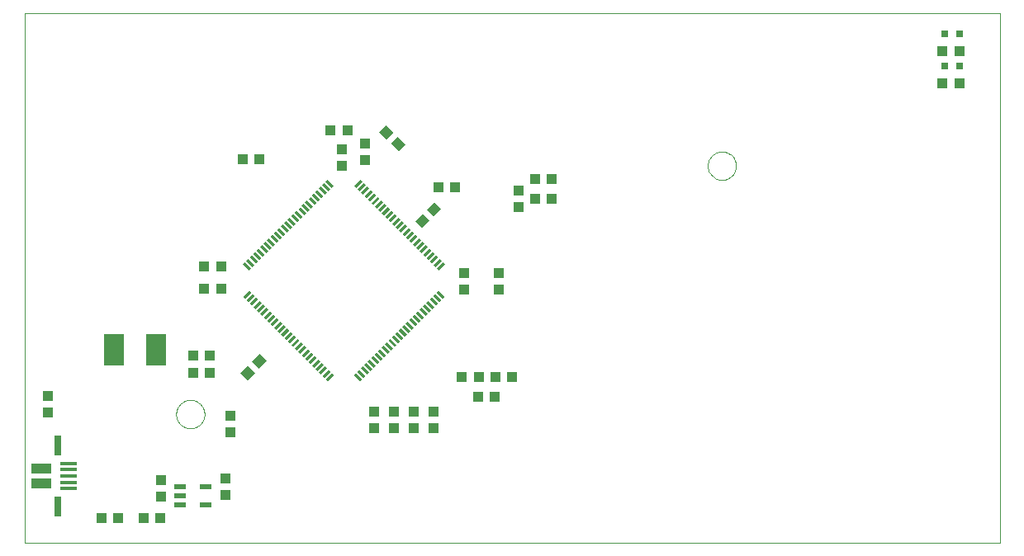
<source format=gtp>
G75*
%MOIN*%
%OFA0B0*%
%FSLAX24Y24*%
%IPPOS*%
%LPD*%
%AMOC8*
5,1,8,0,0,1.08239X$1,22.5*
%
%ADD10C,0.0000*%
%ADD11R,0.0354X0.0118*%
%ADD12R,0.0118X0.0354*%
%ADD13R,0.0394X0.0433*%
%ADD14R,0.0433X0.0394*%
%ADD15R,0.0315X0.0315*%
%ADD16R,0.0472X0.0217*%
%ADD17R,0.0799X0.1299*%
%ADD18R,0.0689X0.0157*%
%ADD19R,0.0276X0.0787*%
%ADD20R,0.0787X0.0394*%
D10*
X009750Y000930D02*
X009750Y022326D01*
X049120Y022326D01*
X049120Y000930D01*
X009750Y000930D01*
X015879Y006125D02*
X015881Y006172D01*
X015887Y006219D01*
X015896Y006265D01*
X015910Y006310D01*
X015927Y006354D01*
X015948Y006397D01*
X015972Y006437D01*
X015999Y006476D01*
X016030Y006512D01*
X016063Y006545D01*
X016099Y006576D01*
X016138Y006603D01*
X016178Y006627D01*
X016221Y006648D01*
X016265Y006665D01*
X016310Y006679D01*
X016356Y006688D01*
X016403Y006694D01*
X016450Y006696D01*
X016497Y006694D01*
X016544Y006688D01*
X016590Y006679D01*
X016635Y006665D01*
X016679Y006648D01*
X016722Y006627D01*
X016762Y006603D01*
X016801Y006576D01*
X016837Y006545D01*
X016870Y006512D01*
X016901Y006476D01*
X016928Y006437D01*
X016952Y006397D01*
X016973Y006354D01*
X016990Y006310D01*
X017004Y006265D01*
X017013Y006219D01*
X017019Y006172D01*
X017021Y006125D01*
X017019Y006078D01*
X017013Y006031D01*
X017004Y005985D01*
X016990Y005940D01*
X016973Y005896D01*
X016952Y005853D01*
X016928Y005813D01*
X016901Y005774D01*
X016870Y005738D01*
X016837Y005705D01*
X016801Y005674D01*
X016762Y005647D01*
X016722Y005623D01*
X016679Y005602D01*
X016635Y005585D01*
X016590Y005571D01*
X016544Y005562D01*
X016497Y005556D01*
X016450Y005554D01*
X016403Y005556D01*
X016356Y005562D01*
X016310Y005571D01*
X016265Y005585D01*
X016221Y005602D01*
X016178Y005623D01*
X016138Y005647D01*
X016099Y005674D01*
X016063Y005705D01*
X016030Y005738D01*
X015999Y005774D01*
X015972Y005813D01*
X015948Y005853D01*
X015927Y005896D01*
X015910Y005940D01*
X015896Y005985D01*
X015887Y006031D01*
X015881Y006078D01*
X015879Y006125D01*
X037334Y016165D02*
X037336Y016212D01*
X037342Y016259D01*
X037351Y016305D01*
X037365Y016350D01*
X037382Y016394D01*
X037403Y016437D01*
X037427Y016477D01*
X037454Y016516D01*
X037485Y016552D01*
X037518Y016585D01*
X037554Y016616D01*
X037593Y016643D01*
X037633Y016667D01*
X037676Y016688D01*
X037720Y016705D01*
X037765Y016719D01*
X037811Y016728D01*
X037858Y016734D01*
X037905Y016736D01*
X037952Y016734D01*
X037999Y016728D01*
X038045Y016719D01*
X038090Y016705D01*
X038134Y016688D01*
X038177Y016667D01*
X038217Y016643D01*
X038256Y016616D01*
X038292Y016585D01*
X038325Y016552D01*
X038356Y016516D01*
X038383Y016477D01*
X038407Y016437D01*
X038428Y016394D01*
X038445Y016350D01*
X038459Y016305D01*
X038468Y016259D01*
X038474Y016212D01*
X038476Y016165D01*
X038474Y016118D01*
X038468Y016071D01*
X038459Y016025D01*
X038445Y015980D01*
X038428Y015936D01*
X038407Y015893D01*
X038383Y015853D01*
X038356Y015814D01*
X038325Y015778D01*
X038292Y015745D01*
X038256Y015714D01*
X038217Y015687D01*
X038177Y015663D01*
X038134Y015642D01*
X038090Y015625D01*
X038045Y015611D01*
X037999Y015602D01*
X037952Y015596D01*
X037905Y015594D01*
X037858Y015596D01*
X037811Y015602D01*
X037765Y015611D01*
X037720Y015625D01*
X037676Y015642D01*
X037633Y015663D01*
X037593Y015687D01*
X037554Y015714D01*
X037518Y015745D01*
X037485Y015778D01*
X037454Y015814D01*
X037427Y015853D01*
X037403Y015893D01*
X037382Y015936D01*
X037365Y015980D01*
X037351Y016025D01*
X037342Y016071D01*
X037336Y016118D01*
X037334Y016165D01*
D11*
G36*
X026727Y012184D02*
X026478Y011935D01*
X026395Y012018D01*
X026644Y012267D01*
X026727Y012184D01*
G37*
G36*
X026588Y012323D02*
X026339Y012074D01*
X026256Y012157D01*
X026505Y012406D01*
X026588Y012323D01*
G37*
G36*
X026449Y012462D02*
X026200Y012213D01*
X026117Y012296D01*
X026366Y012545D01*
X026449Y012462D01*
G37*
G36*
X026310Y012601D02*
X026061Y012352D01*
X025978Y012435D01*
X026227Y012684D01*
X026310Y012601D01*
G37*
G36*
X026171Y012740D02*
X025922Y012491D01*
X025839Y012574D01*
X026088Y012823D01*
X026171Y012740D01*
G37*
G36*
X026031Y012880D02*
X025782Y012631D01*
X025699Y012714D01*
X025948Y012963D01*
X026031Y012880D01*
G37*
G36*
X025892Y013019D02*
X025643Y012770D01*
X025560Y012853D01*
X025809Y013102D01*
X025892Y013019D01*
G37*
G36*
X025753Y013158D02*
X025504Y012909D01*
X025421Y012992D01*
X025670Y013241D01*
X025753Y013158D01*
G37*
G36*
X025614Y013297D02*
X025365Y013048D01*
X025282Y013131D01*
X025531Y013380D01*
X025614Y013297D01*
G37*
G36*
X025475Y013436D02*
X025226Y013187D01*
X025143Y013270D01*
X025392Y013519D01*
X025475Y013436D01*
G37*
G36*
X025335Y013576D02*
X025086Y013327D01*
X025003Y013410D01*
X025252Y013659D01*
X025335Y013576D01*
G37*
G36*
X025196Y013715D02*
X024947Y013466D01*
X024864Y013549D01*
X025113Y013798D01*
X025196Y013715D01*
G37*
G36*
X025057Y013854D02*
X024808Y013605D01*
X024725Y013688D01*
X024974Y013937D01*
X025057Y013854D01*
G37*
G36*
X024918Y013993D02*
X024669Y013744D01*
X024586Y013827D01*
X024835Y014076D01*
X024918Y013993D01*
G37*
G36*
X024779Y014132D02*
X024530Y013883D01*
X024447Y013966D01*
X024696Y014215D01*
X024779Y014132D01*
G37*
G36*
X024639Y014272D02*
X024390Y014023D01*
X024307Y014106D01*
X024556Y014355D01*
X024639Y014272D01*
G37*
G36*
X024500Y014411D02*
X024251Y014162D01*
X024168Y014245D01*
X024417Y014494D01*
X024500Y014411D01*
G37*
G36*
X024361Y014550D02*
X024112Y014301D01*
X024029Y014384D01*
X024278Y014633D01*
X024361Y014550D01*
G37*
G36*
X024222Y014689D02*
X023973Y014440D01*
X023890Y014523D01*
X024139Y014772D01*
X024222Y014689D01*
G37*
G36*
X024083Y014828D02*
X023834Y014579D01*
X023751Y014662D01*
X024000Y014911D01*
X024083Y014828D01*
G37*
G36*
X023943Y014968D02*
X023694Y014719D01*
X023611Y014802D01*
X023860Y015051D01*
X023943Y014968D01*
G37*
G36*
X023804Y015107D02*
X023555Y014858D01*
X023472Y014941D01*
X023721Y015190D01*
X023804Y015107D01*
G37*
G36*
X023665Y015246D02*
X023416Y014997D01*
X023333Y015080D01*
X023582Y015329D01*
X023665Y015246D01*
G37*
G36*
X023526Y015385D02*
X023277Y015136D01*
X023194Y015219D01*
X023443Y015468D01*
X023526Y015385D01*
G37*
G36*
X023387Y015524D02*
X023138Y015275D01*
X023055Y015358D01*
X023304Y015607D01*
X023387Y015524D01*
G37*
G36*
X018905Y011042D02*
X018656Y010793D01*
X018573Y010876D01*
X018822Y011125D01*
X018905Y011042D01*
G37*
G36*
X019044Y010903D02*
X018795Y010654D01*
X018712Y010737D01*
X018961Y010986D01*
X019044Y010903D01*
G37*
G36*
X019183Y010764D02*
X018934Y010515D01*
X018851Y010598D01*
X019100Y010847D01*
X019183Y010764D01*
G37*
G36*
X019322Y010625D02*
X019073Y010376D01*
X018990Y010459D01*
X019239Y010708D01*
X019322Y010625D01*
G37*
G36*
X019461Y010486D02*
X019212Y010237D01*
X019129Y010320D01*
X019378Y010569D01*
X019461Y010486D01*
G37*
G36*
X019601Y010346D02*
X019352Y010097D01*
X019269Y010180D01*
X019518Y010429D01*
X019601Y010346D01*
G37*
G36*
X019740Y010207D02*
X019491Y009958D01*
X019408Y010041D01*
X019657Y010290D01*
X019740Y010207D01*
G37*
G36*
X019879Y010068D02*
X019630Y009819D01*
X019547Y009902D01*
X019796Y010151D01*
X019879Y010068D01*
G37*
G36*
X020018Y009929D02*
X019769Y009680D01*
X019686Y009763D01*
X019935Y010012D01*
X020018Y009929D01*
G37*
G36*
X020157Y009790D02*
X019908Y009541D01*
X019825Y009624D01*
X020074Y009873D01*
X020157Y009790D01*
G37*
G36*
X020297Y009650D02*
X020048Y009401D01*
X019965Y009484D01*
X020214Y009733D01*
X020297Y009650D01*
G37*
G36*
X020436Y009511D02*
X020187Y009262D01*
X020104Y009345D01*
X020353Y009594D01*
X020436Y009511D01*
G37*
G36*
X020575Y009372D02*
X020326Y009123D01*
X020243Y009206D01*
X020492Y009455D01*
X020575Y009372D01*
G37*
G36*
X020714Y009233D02*
X020465Y008984D01*
X020382Y009067D01*
X020631Y009316D01*
X020714Y009233D01*
G37*
G36*
X020853Y009094D02*
X020604Y008845D01*
X020521Y008928D01*
X020770Y009177D01*
X020853Y009094D01*
G37*
G36*
X020993Y008954D02*
X020744Y008705D01*
X020661Y008788D01*
X020910Y009037D01*
X020993Y008954D01*
G37*
G36*
X021132Y008815D02*
X020883Y008566D01*
X020800Y008649D01*
X021049Y008898D01*
X021132Y008815D01*
G37*
G36*
X021271Y008676D02*
X021022Y008427D01*
X020939Y008510D01*
X021188Y008759D01*
X021271Y008676D01*
G37*
G36*
X021410Y008537D02*
X021161Y008288D01*
X021078Y008371D01*
X021327Y008620D01*
X021410Y008537D01*
G37*
G36*
X021549Y008398D02*
X021300Y008149D01*
X021217Y008232D01*
X021466Y008481D01*
X021549Y008398D01*
G37*
G36*
X021689Y008258D02*
X021440Y008009D01*
X021357Y008092D01*
X021606Y008341D01*
X021689Y008258D01*
G37*
G36*
X021828Y008119D02*
X021579Y007870D01*
X021496Y007953D01*
X021745Y008202D01*
X021828Y008119D01*
G37*
G36*
X021967Y007980D02*
X021718Y007731D01*
X021635Y007814D01*
X021884Y008063D01*
X021967Y007980D01*
G37*
G36*
X022106Y007841D02*
X021857Y007592D01*
X021774Y007675D01*
X022023Y007924D01*
X022106Y007841D01*
G37*
G36*
X022245Y007702D02*
X021996Y007453D01*
X021913Y007536D01*
X022162Y007785D01*
X022245Y007702D01*
G37*
D12*
G36*
X023387Y007536D02*
X023304Y007453D01*
X023055Y007702D01*
X023138Y007785D01*
X023387Y007536D01*
G37*
G36*
X023526Y007675D02*
X023443Y007592D01*
X023194Y007841D01*
X023277Y007924D01*
X023526Y007675D01*
G37*
G36*
X023665Y007814D02*
X023582Y007731D01*
X023333Y007980D01*
X023416Y008063D01*
X023665Y007814D01*
G37*
G36*
X023804Y007953D02*
X023721Y007870D01*
X023472Y008119D01*
X023555Y008202D01*
X023804Y007953D01*
G37*
G36*
X023943Y008092D02*
X023860Y008009D01*
X023611Y008258D01*
X023694Y008341D01*
X023943Y008092D01*
G37*
G36*
X024083Y008232D02*
X024000Y008149D01*
X023751Y008398D01*
X023834Y008481D01*
X024083Y008232D01*
G37*
G36*
X024222Y008371D02*
X024139Y008288D01*
X023890Y008537D01*
X023973Y008620D01*
X024222Y008371D01*
G37*
G36*
X024361Y008510D02*
X024278Y008427D01*
X024029Y008676D01*
X024112Y008759D01*
X024361Y008510D01*
G37*
G36*
X024500Y008649D02*
X024417Y008566D01*
X024168Y008815D01*
X024251Y008898D01*
X024500Y008649D01*
G37*
G36*
X024639Y008788D02*
X024556Y008705D01*
X024307Y008954D01*
X024390Y009037D01*
X024639Y008788D01*
G37*
G36*
X024779Y008928D02*
X024696Y008845D01*
X024447Y009094D01*
X024530Y009177D01*
X024779Y008928D01*
G37*
G36*
X024918Y009067D02*
X024835Y008984D01*
X024586Y009233D01*
X024669Y009316D01*
X024918Y009067D01*
G37*
G36*
X025057Y009206D02*
X024974Y009123D01*
X024725Y009372D01*
X024808Y009455D01*
X025057Y009206D01*
G37*
G36*
X025196Y009345D02*
X025113Y009262D01*
X024864Y009511D01*
X024947Y009594D01*
X025196Y009345D01*
G37*
G36*
X025335Y009484D02*
X025252Y009401D01*
X025003Y009650D01*
X025086Y009733D01*
X025335Y009484D01*
G37*
G36*
X025475Y009624D02*
X025392Y009541D01*
X025143Y009790D01*
X025226Y009873D01*
X025475Y009624D01*
G37*
G36*
X025614Y009763D02*
X025531Y009680D01*
X025282Y009929D01*
X025365Y010012D01*
X025614Y009763D01*
G37*
G36*
X025753Y009902D02*
X025670Y009819D01*
X025421Y010068D01*
X025504Y010151D01*
X025753Y009902D01*
G37*
G36*
X025892Y010041D02*
X025809Y009958D01*
X025560Y010207D01*
X025643Y010290D01*
X025892Y010041D01*
G37*
G36*
X026031Y010180D02*
X025948Y010097D01*
X025699Y010346D01*
X025782Y010429D01*
X026031Y010180D01*
G37*
G36*
X026171Y010320D02*
X026088Y010237D01*
X025839Y010486D01*
X025922Y010569D01*
X026171Y010320D01*
G37*
G36*
X026310Y010459D02*
X026227Y010376D01*
X025978Y010625D01*
X026061Y010708D01*
X026310Y010459D01*
G37*
G36*
X026449Y010598D02*
X026366Y010515D01*
X026117Y010764D01*
X026200Y010847D01*
X026449Y010598D01*
G37*
G36*
X026588Y010737D02*
X026505Y010654D01*
X026256Y010903D01*
X026339Y010986D01*
X026588Y010737D01*
G37*
G36*
X026727Y010876D02*
X026644Y010793D01*
X026395Y011042D01*
X026478Y011125D01*
X026727Y010876D01*
G37*
G36*
X020853Y013966D02*
X020770Y013883D01*
X020521Y014132D01*
X020604Y014215D01*
X020853Y013966D01*
G37*
G36*
X020993Y014106D02*
X020910Y014023D01*
X020661Y014272D01*
X020744Y014355D01*
X020993Y014106D01*
G37*
G36*
X021132Y014245D02*
X021049Y014162D01*
X020800Y014411D01*
X020883Y014494D01*
X021132Y014245D01*
G37*
G36*
X021271Y014384D02*
X021188Y014301D01*
X020939Y014550D01*
X021022Y014633D01*
X021271Y014384D01*
G37*
G36*
X021410Y014523D02*
X021327Y014440D01*
X021078Y014689D01*
X021161Y014772D01*
X021410Y014523D01*
G37*
G36*
X021549Y014662D02*
X021466Y014579D01*
X021217Y014828D01*
X021300Y014911D01*
X021549Y014662D01*
G37*
G36*
X021689Y014802D02*
X021606Y014719D01*
X021357Y014968D01*
X021440Y015051D01*
X021689Y014802D01*
G37*
G36*
X021828Y014941D02*
X021745Y014858D01*
X021496Y015107D01*
X021579Y015190D01*
X021828Y014941D01*
G37*
G36*
X021967Y015080D02*
X021884Y014997D01*
X021635Y015246D01*
X021718Y015329D01*
X021967Y015080D01*
G37*
G36*
X022106Y015219D02*
X022023Y015136D01*
X021774Y015385D01*
X021857Y015468D01*
X022106Y015219D01*
G37*
G36*
X022245Y015358D02*
X022162Y015275D01*
X021913Y015524D01*
X021996Y015607D01*
X022245Y015358D01*
G37*
G36*
X020714Y013827D02*
X020631Y013744D01*
X020382Y013993D01*
X020465Y014076D01*
X020714Y013827D01*
G37*
G36*
X020575Y013688D02*
X020492Y013605D01*
X020243Y013854D01*
X020326Y013937D01*
X020575Y013688D01*
G37*
G36*
X020436Y013549D02*
X020353Y013466D01*
X020104Y013715D01*
X020187Y013798D01*
X020436Y013549D01*
G37*
G36*
X020297Y013410D02*
X020214Y013327D01*
X019965Y013576D01*
X020048Y013659D01*
X020297Y013410D01*
G37*
G36*
X020157Y013270D02*
X020074Y013187D01*
X019825Y013436D01*
X019908Y013519D01*
X020157Y013270D01*
G37*
G36*
X020018Y013131D02*
X019935Y013048D01*
X019686Y013297D01*
X019769Y013380D01*
X020018Y013131D01*
G37*
G36*
X019879Y012992D02*
X019796Y012909D01*
X019547Y013158D01*
X019630Y013241D01*
X019879Y012992D01*
G37*
G36*
X019740Y012853D02*
X019657Y012770D01*
X019408Y013019D01*
X019491Y013102D01*
X019740Y012853D01*
G37*
G36*
X019601Y012714D02*
X019518Y012631D01*
X019269Y012880D01*
X019352Y012963D01*
X019601Y012714D01*
G37*
G36*
X019461Y012574D02*
X019378Y012491D01*
X019129Y012740D01*
X019212Y012823D01*
X019461Y012574D01*
G37*
G36*
X019322Y012435D02*
X019239Y012352D01*
X018990Y012601D01*
X019073Y012684D01*
X019322Y012435D01*
G37*
G36*
X019183Y012296D02*
X019100Y012213D01*
X018851Y012462D01*
X018934Y012545D01*
X019183Y012296D01*
G37*
G36*
X019044Y012157D02*
X018961Y012074D01*
X018712Y012323D01*
X018795Y012406D01*
X019044Y012157D01*
G37*
G36*
X018905Y012018D02*
X018822Y011935D01*
X018573Y012184D01*
X018656Y012267D01*
X018905Y012018D01*
G37*
D13*
X022550Y016145D03*
X022550Y016815D03*
X023500Y017065D03*
X023500Y016395D03*
X029700Y015165D03*
X029700Y014495D03*
X028900Y011815D03*
X027500Y011815D03*
X027500Y011145D03*
X028900Y011145D03*
X026250Y006215D03*
X026250Y005545D03*
X025450Y005545D03*
X024650Y005545D03*
X024650Y006215D03*
X025450Y006215D03*
X023850Y006215D03*
X023850Y005545D03*
X018050Y005395D03*
X018050Y006065D03*
X017850Y003515D03*
X017850Y002845D03*
X015250Y002795D03*
X015250Y003465D03*
X010700Y006195D03*
X010700Y006865D03*
D14*
X016565Y007780D03*
X017235Y007780D03*
X017235Y008480D03*
X016565Y008480D03*
G36*
X019055Y007806D02*
X018750Y007501D01*
X018471Y007780D01*
X018776Y008085D01*
X019055Y007806D01*
G37*
G36*
X019529Y008280D02*
X019224Y007975D01*
X018945Y008254D01*
X019250Y008559D01*
X019529Y008280D01*
G37*
X017685Y011180D03*
X017015Y011180D03*
X017015Y012080D03*
X017685Y012080D03*
G36*
X026105Y013956D02*
X025800Y013651D01*
X025521Y013930D01*
X025826Y014235D01*
X026105Y013956D01*
G37*
G36*
X026579Y014430D02*
X026274Y014125D01*
X025995Y014404D01*
X026300Y014709D01*
X026579Y014430D01*
G37*
X026465Y015280D03*
X027135Y015280D03*
X030365Y015630D03*
X031035Y015630D03*
X031035Y014830D03*
X030365Y014830D03*
G36*
X024824Y017335D02*
X025129Y017030D01*
X024850Y016751D01*
X024545Y017056D01*
X024824Y017335D01*
G37*
G36*
X024350Y017809D02*
X024655Y017504D01*
X024376Y017225D01*
X024071Y017530D01*
X024350Y017809D01*
G37*
X022785Y017580D03*
X022115Y017580D03*
X019235Y016430D03*
X018565Y016430D03*
X027415Y007630D03*
X028085Y007630D03*
X028765Y007630D03*
X029435Y007630D03*
X028735Y006830D03*
X028065Y006830D03*
X015235Y001930D03*
X014565Y001930D03*
X013535Y001930D03*
X012865Y001930D03*
X046815Y019480D03*
X047485Y019480D03*
X047485Y020780D03*
X046815Y020780D03*
D15*
X046905Y020180D03*
X047495Y020180D03*
X047495Y021480D03*
X046905Y021480D03*
D16*
X017062Y003204D03*
X016038Y003204D03*
X016038Y002830D03*
X016038Y002456D03*
X017062Y002456D03*
D17*
X015050Y008730D03*
X013350Y008730D03*
D18*
X011531Y004142D03*
X011531Y003886D03*
X011531Y003630D03*
X011531Y003374D03*
X011531Y003118D03*
D19*
X011089Y002410D03*
X011089Y004850D03*
D20*
X010419Y003925D03*
X010419Y003335D03*
M02*

</source>
